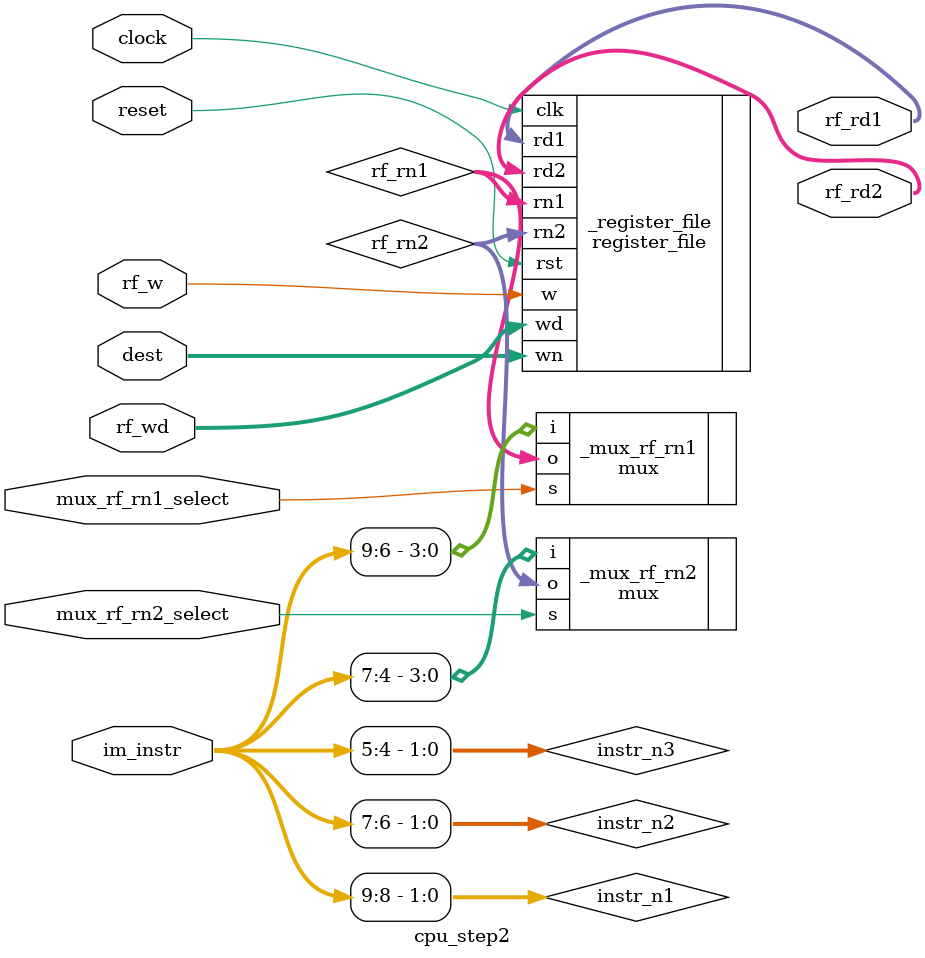
<source format=v>
module cpu_step2(clock, reset, rf_w, rf_wd, im_instr, mux_rf_rn1_select, mux_rf_rn2_select, dest, rf_rd1, rf_rd2);
	input clock, reset;
	input rf_w; //from fsm
	input [15:0] rf_wd; //from step5
	input [15:0] im_instr;
	input mux_rf_rn1_select, mux_rf_rn2_select; //from fsm
	input [1:0] dest;
	output [15:0] rf_rd1, rf_rd2; 
	// == mux_rf1, mux_rf1, rf ==

	// == куски инструкции ==
	//wire [5:0] instr_opcode = im_instr[15:10]; //код операции
	//wire [3:0] instr_funct = im_instr[3:0];  //код операции alu
	wire [1:0] instr_n1 = im_instr[9:8];
	wire [1:0] instr_n2 = im_instr[7:6];
	wire [1:0] instr_n3 = im_instr[5:4];
	//wire [5:0] instr_imm = im_instr[5:0];
	//wire [9:0] instr_addr = im_instr[9:0];
	
	
	// == блок регистров ==
	wire [1:0] rf_rn1, rf_rn2;
	register_file _register_file(
		.rn1(rf_rn1),
		.rn2(rf_rn2),
		.wn(dest),			//dest нужно протянуть с последнего step-а
		.w(rf_w),
		.rst(reset),
		.clk(clock),
		.wd(rf_wd),
		.rd1(rf_rd1),
		.rd2(rf_rd2)
	);

	// == мультиплексор: первый номер считываемого регистра ==
	mux #(.DW(2), .CW(1)) _mux_rf_rn1(
		.i({instr_n1, instr_n2}),
		.s(mux_rf_rn1_select),
		.o(rf_rn1)
	);
	// == мультиплексор: второй номер считываемого регистра ==
	mux #(.DW(2), .CW(1)) _mux_rf_rn2(
		.i({instr_n2, instr_n3}),
		.s(mux_rf_rn2_select),
		.o(rf_rn2)
	);


endmodule

</source>
